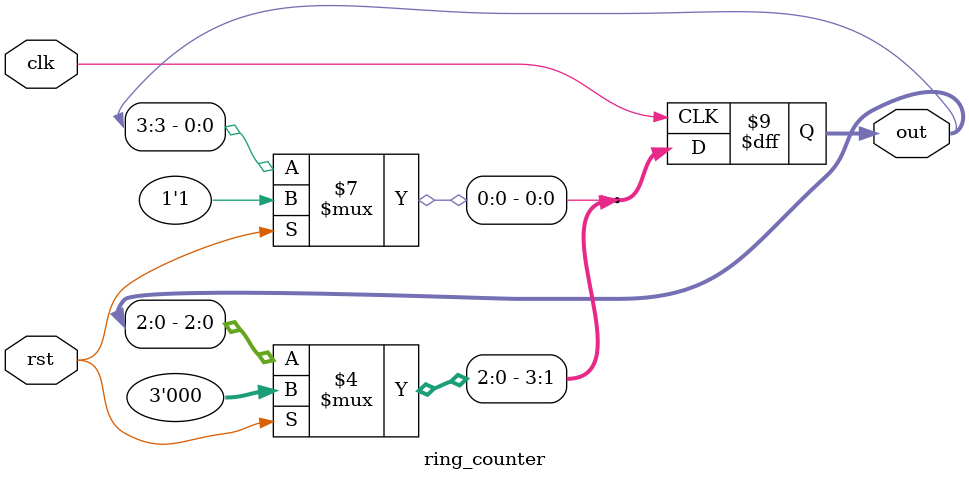
<source format=v>
`timescale 1ns / 1ps

module ring_counter(clk, rst, out);

    parameter N = 4;
    
    input  wire clk;
    input  wire rst;
    output reg  [N-1:0] out;
    
    always@(posedge clk)
        begin
            if(rst==1) begin
                out <= 1;
            end else begin
                out[0]<=out[N-1];
                out[N-1:1]<=out[N-2:0];
            end
            
        end
   
endmodule

</source>
